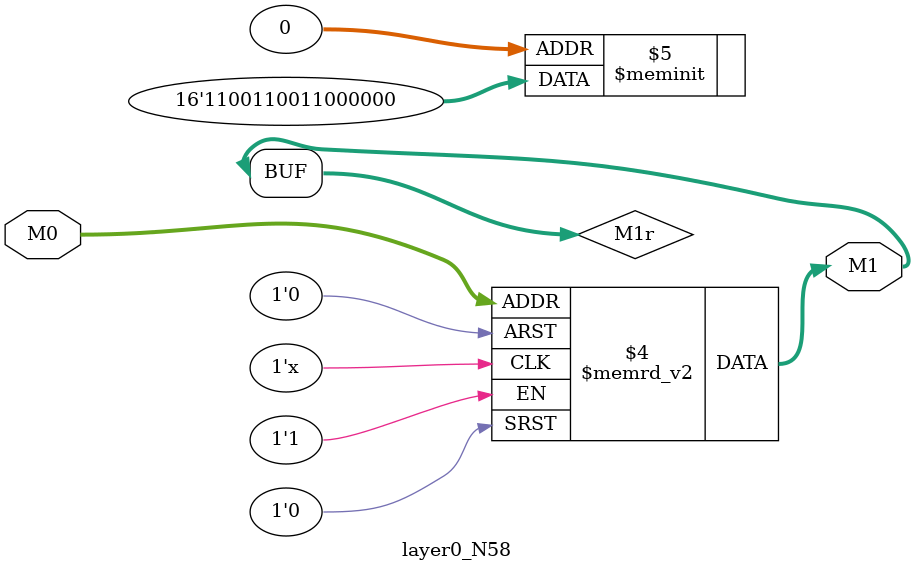
<source format=v>
module layer0_N58 ( input [2:0] M0, output [1:0] M1 );

	(*rom_style = "distributed" *) reg [1:0] M1r;
	assign M1 = M1r;
	always @ (M0) begin
		case (M0)
			3'b000: M1r = 2'b00;
			3'b100: M1r = 2'b00;
			3'b010: M1r = 2'b00;
			3'b110: M1r = 2'b00;
			3'b001: M1r = 2'b00;
			3'b101: M1r = 2'b11;
			3'b011: M1r = 2'b11;
			3'b111: M1r = 2'b11;

		endcase
	end
endmodule

</source>
